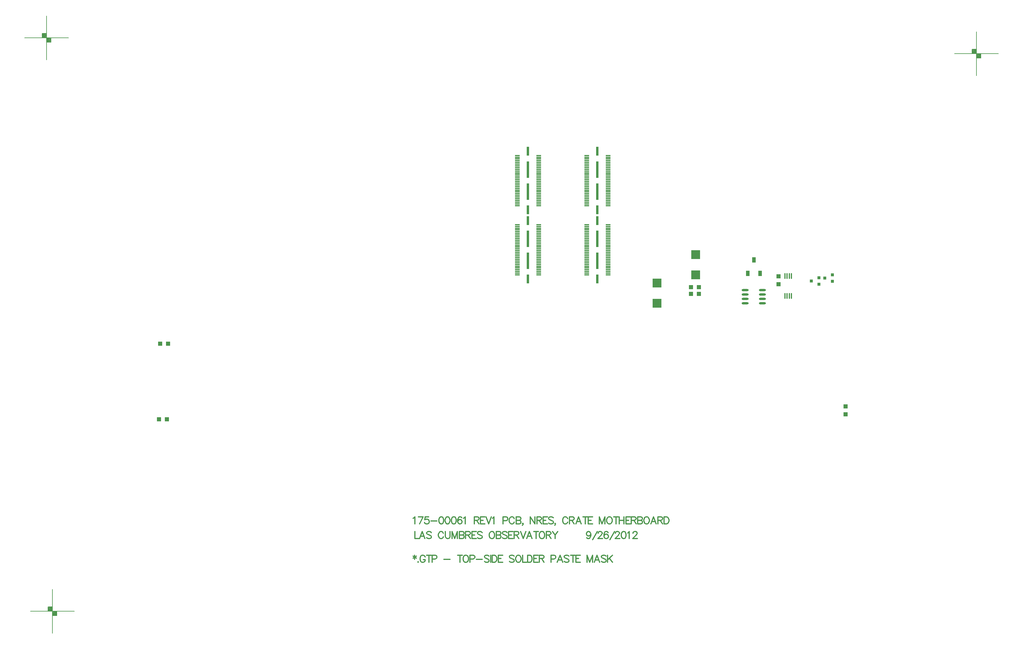
<source format=gtp>
%FSLAX23Y23*%
%MOIN*%
G70*
G01*
G75*
G04 Layer_Color=8421504*
%ADD10R,0.050X0.050*%
%ADD11R,0.057X0.012*%
%ADD12R,0.025X0.185*%
%ADD13R,0.025X0.100*%
%ADD14R,0.050X0.050*%
%ADD15O,0.014X0.067*%
%ADD16R,0.036X0.036*%
%ADD17O,0.079X0.024*%
%ADD18R,0.039X0.059*%
%ADD19R,0.100X0.100*%
%ADD20C,0.010*%
%ADD21C,0.050*%
%ADD22C,0.025*%
%ADD23C,0.006*%
%ADD24C,0.012*%
%ADD25C,0.008*%
%ADD26C,0.012*%
%ADD27C,0.012*%
%ADD28C,0.070*%
%ADD29C,0.050*%
%ADD30C,0.166*%
%ADD31C,0.157*%
%ADD32C,0.079*%
%ADD33C,0.220*%
%ADD34C,0.039*%
%ADD35C,0.059*%
%ADD36R,0.059X0.059*%
%ADD37C,0.063*%
%ADD38C,0.116*%
%ADD39C,0.065*%
%ADD40C,0.100*%
%ADD41C,0.080*%
%ADD42C,0.059*%
%ADD43C,0.115*%
%ADD44R,0.115X0.115*%
%ADD45R,0.079X0.079*%
%ADD46R,0.120X0.120*%
%ADD47C,0.120*%
%ADD48R,0.063X0.063*%
%ADD49C,0.020*%
%ADD50C,0.040*%
G04:AMPARAMS|DCode=51|XSize=91mil|YSize=91mil|CornerRadius=0mil|HoleSize=0mil|Usage=FLASHONLY|Rotation=0.000|XOffset=0mil|YOffset=0mil|HoleType=Round|Shape=Relief|Width=10mil|Gap=10mil|Entries=4|*
%AMTHD51*
7,0,0,0.091,0.071,0.010,45*
%
%ADD51THD51*%
%ADD52C,0.071*%
%ADD53C,0.206*%
G04:AMPARAMS|DCode=54|XSize=150.551mil|YSize=150.551mil|CornerRadius=0mil|HoleSize=0mil|Usage=FLASHONLY|Rotation=0.000|XOffset=0mil|YOffset=0mil|HoleType=Round|Shape=Relief|Width=10mil|Gap=10mil|Entries=4|*
%AMTHD54*
7,0,0,0.151,0.131,0.010,45*
%
%ADD54THD54*%
G04:AMPARAMS|DCode=55|XSize=96.221mil|YSize=96.221mil|CornerRadius=0mil|HoleSize=0mil|Usage=FLASHONLY|Rotation=0.000|XOffset=0mil|YOffset=0mil|HoleType=Round|Shape=Relief|Width=10mil|Gap=10mil|Entries=4|*
%AMTHD55*
7,0,0,0.096,0.076,0.010,45*
%
%ADD55THD55*%
%ADD56C,0.076*%
%ADD57C,0.080*%
%ADD58C,0.075*%
%ADD59C,0.168*%
G04:AMPARAMS|DCode=60|XSize=100mil|YSize=100mil|CornerRadius=0mil|HoleSize=0mil|Usage=FLASHONLY|Rotation=0.000|XOffset=0mil|YOffset=0mil|HoleType=Round|Shape=Relief|Width=10mil|Gap=10mil|Entries=4|*
%AMTHD60*
7,0,0,0.100,0.080,0.010,45*
%
%ADD60THD60*%
G04:AMPARAMS|DCode=61|XSize=123mil|YSize=123mil|CornerRadius=0mil|HoleSize=0mil|Usage=FLASHONLY|Rotation=0.000|XOffset=0mil|YOffset=0mil|HoleType=Round|Shape=Relief|Width=10mil|Gap=10mil|Entries=4|*
%AMTHD61*
7,0,0,0.123,0.103,0.010,45*
%
%ADD61THD61*%
%ADD62C,0.092*%
G04:AMPARAMS|DCode=63|XSize=112mil|YSize=112mil|CornerRadius=0mil|HoleSize=0mil|Usage=FLASHONLY|Rotation=0.000|XOffset=0mil|YOffset=0mil|HoleType=Round|Shape=Relief|Width=10mil|Gap=10mil|Entries=4|*
%AMTHD63*
7,0,0,0.112,0.092,0.010,45*
%
%ADD63THD63*%
%ADD64C,0.190*%
%ADD65C,0.087*%
G04:AMPARAMS|DCode=66|XSize=138mil|YSize=138mil|CornerRadius=0mil|HoleSize=0mil|Usage=FLASHONLY|Rotation=0.000|XOffset=0mil|YOffset=0mil|HoleType=Round|Shape=Relief|Width=10mil|Gap=10mil|Entries=4|*
%AMTHD66*
7,0,0,0.138,0.118,0.010,45*
%
%ADD66THD66*%
%ADD67C,0.118*%
G04:AMPARAMS|DCode=68|XSize=107.244mil|YSize=107.244mil|CornerRadius=0mil|HoleSize=0mil|Usage=FLASHONLY|Rotation=0.000|XOffset=0mil|YOffset=0mil|HoleType=Round|Shape=Relief|Width=10mil|Gap=10mil|Entries=4|*
%AMTHD68*
7,0,0,0.107,0.087,0.010,45*
%
%ADD68THD68*%
%ADD69C,0.079*%
%ADD70C,0.068*%
G04:AMPARAMS|DCode=71|XSize=70mil|YSize=70mil|CornerRadius=0mil|HoleSize=0mil|Usage=FLASHONLY|Rotation=0.000|XOffset=0mil|YOffset=0mil|HoleType=Round|Shape=Relief|Width=10mil|Gap=10mil|Entries=4|*
%AMTHD71*
7,0,0,0.070,0.050,0.010,45*
%
%ADD71THD71*%
G04:AMPARAMS|DCode=72|XSize=88mil|YSize=88mil|CornerRadius=0mil|HoleSize=0mil|Usage=FLASHONLY|Rotation=0.000|XOffset=0mil|YOffset=0mil|HoleType=Round|Shape=Relief|Width=10mil|Gap=10mil|Entries=4|*
%AMTHD72*
7,0,0,0.088,0.068,0.010,45*
%
%ADD72THD72*%
%ADD73C,0.020*%
%ADD74C,0.131*%
%ADD75C,0.103*%
%ADD76C,0.005*%
%ADD77R,0.053X0.035*%
%ADD78R,0.053X0.053*%
%ADD79R,0.045X0.017*%
%ADD80R,0.094X0.102*%
%ADD81R,0.059X0.087*%
%ADD82R,0.102X0.094*%
%ADD83R,0.100X0.100*%
%ADD84R,0.060X0.086*%
%ADD85C,0.010*%
%ADD86C,0.010*%
%ADD87C,0.024*%
%ADD88C,0.008*%
%ADD89C,0.007*%
%ADD90C,0.007*%
%ADD91C,0.015*%
%ADD92R,0.194X0.245*%
D10*
X18314Y10787D02*
D03*
Y10877D02*
D03*
X17551Y12355D02*
D03*
Y12265D02*
D03*
D11*
X15611Y13731D02*
D03*
Y13711D02*
D03*
Y13692D02*
D03*
Y13672D02*
D03*
Y13652D02*
D03*
Y13633D02*
D03*
Y13613D02*
D03*
Y13593D02*
D03*
Y13574D02*
D03*
Y13554D02*
D03*
Y13534D02*
D03*
Y13515D02*
D03*
Y13495D02*
D03*
Y13475D02*
D03*
Y13456D02*
D03*
Y13436D02*
D03*
Y13416D02*
D03*
Y13396D02*
D03*
Y13377D02*
D03*
Y13357D02*
D03*
Y13337D02*
D03*
Y13318D02*
D03*
Y13298D02*
D03*
Y13278D02*
D03*
Y13259D02*
D03*
Y13239D02*
D03*
Y13219D02*
D03*
Y13200D02*
D03*
Y13180D02*
D03*
Y13160D02*
D03*
Y12944D02*
D03*
Y12924D02*
D03*
Y12904D02*
D03*
Y12885D02*
D03*
Y12865D02*
D03*
Y12845D02*
D03*
Y12826D02*
D03*
Y12806D02*
D03*
Y12786D02*
D03*
Y12767D02*
D03*
Y12747D02*
D03*
Y12727D02*
D03*
Y12707D02*
D03*
Y12688D02*
D03*
Y12668D02*
D03*
Y12648D02*
D03*
Y12629D02*
D03*
Y12609D02*
D03*
Y12589D02*
D03*
Y12570D02*
D03*
Y12550D02*
D03*
Y12530D02*
D03*
Y12511D02*
D03*
Y12491D02*
D03*
Y12471D02*
D03*
Y12452D02*
D03*
Y12432D02*
D03*
Y12412D02*
D03*
Y12393D02*
D03*
Y12373D02*
D03*
X15368Y13731D02*
D03*
Y13711D02*
D03*
Y13692D02*
D03*
Y13672D02*
D03*
Y13652D02*
D03*
Y13633D02*
D03*
Y13613D02*
D03*
Y13593D02*
D03*
Y13574D02*
D03*
Y13554D02*
D03*
Y13534D02*
D03*
Y13515D02*
D03*
Y13495D02*
D03*
Y13475D02*
D03*
Y13456D02*
D03*
Y13436D02*
D03*
Y13416D02*
D03*
Y13396D02*
D03*
Y13377D02*
D03*
Y13357D02*
D03*
Y13337D02*
D03*
Y13318D02*
D03*
Y13298D02*
D03*
Y13278D02*
D03*
Y13259D02*
D03*
Y13239D02*
D03*
Y13219D02*
D03*
Y13200D02*
D03*
Y13180D02*
D03*
Y13160D02*
D03*
Y12944D02*
D03*
Y12924D02*
D03*
Y12904D02*
D03*
Y12885D02*
D03*
Y12865D02*
D03*
Y12845D02*
D03*
Y12826D02*
D03*
Y12806D02*
D03*
Y12786D02*
D03*
Y12767D02*
D03*
Y12747D02*
D03*
Y12727D02*
D03*
Y12707D02*
D03*
Y12688D02*
D03*
Y12668D02*
D03*
Y12648D02*
D03*
Y12629D02*
D03*
Y12609D02*
D03*
Y12589D02*
D03*
Y12570D02*
D03*
Y12550D02*
D03*
Y12530D02*
D03*
Y12511D02*
D03*
Y12491D02*
D03*
Y12471D02*
D03*
Y12452D02*
D03*
Y12432D02*
D03*
Y12412D02*
D03*
Y12393D02*
D03*
Y12373D02*
D03*
X14821Y13731D02*
D03*
Y13711D02*
D03*
Y13692D02*
D03*
Y13672D02*
D03*
Y13652D02*
D03*
Y13633D02*
D03*
Y13613D02*
D03*
Y13593D02*
D03*
Y13574D02*
D03*
Y13554D02*
D03*
Y13534D02*
D03*
Y13515D02*
D03*
Y13495D02*
D03*
Y13475D02*
D03*
Y13456D02*
D03*
Y13436D02*
D03*
Y13416D02*
D03*
Y13396D02*
D03*
Y13377D02*
D03*
Y13357D02*
D03*
Y13337D02*
D03*
Y13318D02*
D03*
Y13298D02*
D03*
Y13278D02*
D03*
Y13259D02*
D03*
Y13239D02*
D03*
Y13219D02*
D03*
Y13200D02*
D03*
Y13180D02*
D03*
Y13160D02*
D03*
Y12944D02*
D03*
Y12924D02*
D03*
Y12904D02*
D03*
Y12885D02*
D03*
Y12865D02*
D03*
Y12845D02*
D03*
Y12826D02*
D03*
Y12806D02*
D03*
Y12786D02*
D03*
Y12767D02*
D03*
Y12747D02*
D03*
Y12727D02*
D03*
Y12707D02*
D03*
Y12688D02*
D03*
Y12668D02*
D03*
Y12648D02*
D03*
Y12629D02*
D03*
Y12609D02*
D03*
Y12589D02*
D03*
Y12570D02*
D03*
Y12550D02*
D03*
Y12530D02*
D03*
Y12511D02*
D03*
Y12491D02*
D03*
Y12471D02*
D03*
Y12452D02*
D03*
Y12432D02*
D03*
Y12412D02*
D03*
Y12393D02*
D03*
Y12373D02*
D03*
X14578Y13731D02*
D03*
Y13711D02*
D03*
Y13692D02*
D03*
Y13672D02*
D03*
Y13652D02*
D03*
Y13633D02*
D03*
Y13613D02*
D03*
Y13593D02*
D03*
Y13574D02*
D03*
Y13554D02*
D03*
Y13534D02*
D03*
Y13515D02*
D03*
Y13495D02*
D03*
Y13475D02*
D03*
Y13456D02*
D03*
Y13436D02*
D03*
Y13416D02*
D03*
Y13396D02*
D03*
Y13377D02*
D03*
Y13357D02*
D03*
Y13337D02*
D03*
Y13318D02*
D03*
Y13298D02*
D03*
Y13278D02*
D03*
Y13259D02*
D03*
Y13239D02*
D03*
Y13219D02*
D03*
Y13200D02*
D03*
Y13180D02*
D03*
Y13160D02*
D03*
Y12944D02*
D03*
Y12924D02*
D03*
Y12904D02*
D03*
Y12885D02*
D03*
Y12865D02*
D03*
Y12845D02*
D03*
Y12826D02*
D03*
Y12806D02*
D03*
Y12786D02*
D03*
Y12767D02*
D03*
Y12747D02*
D03*
Y12727D02*
D03*
Y12707D02*
D03*
Y12688D02*
D03*
Y12668D02*
D03*
Y12648D02*
D03*
Y12629D02*
D03*
Y12609D02*
D03*
Y12589D02*
D03*
Y12570D02*
D03*
Y12550D02*
D03*
Y12530D02*
D03*
Y12511D02*
D03*
Y12491D02*
D03*
Y12471D02*
D03*
Y12452D02*
D03*
Y12432D02*
D03*
Y12412D02*
D03*
Y12393D02*
D03*
Y12373D02*
D03*
D12*
X15490Y13321D02*
D03*
Y13571D02*
D03*
Y12783D02*
D03*
Y12533D02*
D03*
X14700Y13321D02*
D03*
Y13571D02*
D03*
Y12783D02*
D03*
Y12533D02*
D03*
D13*
X15490Y13778D02*
D03*
Y12326D02*
D03*
Y12991D02*
D03*
Y13113D02*
D03*
X14700Y13778D02*
D03*
Y12326D02*
D03*
Y12991D02*
D03*
Y13113D02*
D03*
D14*
X10513Y11589D02*
D03*
X10603D02*
D03*
X10498Y10729D02*
D03*
X10588D02*
D03*
X16644Y12234D02*
D03*
X16554D02*
D03*
X16644Y12155D02*
D03*
X16554D02*
D03*
D15*
X17624Y12133D02*
D03*
X17649D02*
D03*
X17675D02*
D03*
X17700D02*
D03*
X17624Y12358D02*
D03*
X17649D02*
D03*
X17675D02*
D03*
X17700D02*
D03*
D16*
X18165Y12298D02*
D03*
X18079Y12335D02*
D03*
X18165Y12372D02*
D03*
X18012Y12265D02*
D03*
X17926Y12302D02*
D03*
X18012Y12339D02*
D03*
D17*
X17173Y12200D02*
D03*
Y12150D02*
D03*
Y12100D02*
D03*
Y12050D02*
D03*
X17370Y12200D02*
D03*
Y12150D02*
D03*
Y12100D02*
D03*
Y12050D02*
D03*
D18*
X17341Y12389D02*
D03*
X17272Y12543D02*
D03*
X17203Y12389D02*
D03*
D19*
X16169Y12280D02*
D03*
Y12050D02*
D03*
X16609Y12374D02*
D03*
Y12604D02*
D03*
D25*
X19554Y14890D02*
X20054D01*
X19804Y14640D02*
Y15140D01*
X19854Y14840D02*
Y14890D01*
X19804Y14840D02*
X19854D01*
X19754Y14890D02*
Y14940D01*
X19804D01*
X19759Y14895D02*
X19799D01*
X19759D02*
Y14935D01*
X19799D01*
Y14895D02*
Y14935D01*
X19764Y14900D02*
X19794D01*
X19764D02*
Y14930D01*
X19794D01*
Y14905D02*
Y14930D01*
X19769Y14905D02*
X19789D01*
X19769D02*
Y14925D01*
X19789D01*
Y14910D02*
Y14925D01*
X19774Y14910D02*
X19784D01*
X19774D02*
Y14920D01*
X19784D01*
Y14910D02*
Y14920D01*
X19774Y14915D02*
X19784D01*
X19809Y14845D02*
X19849D01*
X19809D02*
Y14885D01*
X19849D01*
Y14845D02*
Y14885D01*
X19814Y14850D02*
X19844D01*
X19814D02*
Y14880D01*
X19844D01*
Y14855D02*
Y14880D01*
X19819Y14855D02*
X19839D01*
X19819D02*
Y14875D01*
X19839D01*
Y14860D02*
Y14875D01*
X19824Y14860D02*
X19834D01*
X19824D02*
Y14870D01*
X19834D01*
Y14860D02*
Y14870D01*
X19824Y14865D02*
X19834D01*
X8970Y15070D02*
X9470D01*
X9220Y14820D02*
Y15320D01*
X9270Y15020D02*
Y15070D01*
X9220Y15020D02*
X9270D01*
X9170Y15070D02*
Y15120D01*
X9220D01*
X9175Y15075D02*
X9215D01*
X9175D02*
Y15115D01*
X9215D01*
Y15075D02*
Y15115D01*
X9180Y15080D02*
X9210D01*
X9180D02*
Y15110D01*
X9210D01*
Y15085D02*
Y15110D01*
X9185Y15085D02*
X9205D01*
X9185D02*
Y15105D01*
X9205D01*
Y15090D02*
Y15105D01*
X9190Y15090D02*
X9200D01*
X9190D02*
Y15100D01*
X9200D01*
Y15090D02*
Y15100D01*
X9190Y15095D02*
X9200D01*
X9225Y15025D02*
X9265D01*
X9225D02*
Y15065D01*
X9265D01*
Y15025D02*
Y15065D01*
X9230Y15030D02*
X9260D01*
X9230D02*
Y15060D01*
X9260D01*
Y15035D02*
Y15060D01*
X9235Y15035D02*
X9255D01*
X9235D02*
Y15055D01*
X9255D01*
Y15040D02*
Y15055D01*
X9240Y15040D02*
X9250D01*
X9240D02*
Y15050D01*
X9250D01*
Y15040D02*
Y15050D01*
X9240Y15045D02*
X9250D01*
X9036Y8546D02*
X9536D01*
X9286Y8296D02*
Y8796D01*
X9336Y8496D02*
Y8546D01*
X9286Y8496D02*
X9336D01*
X9236Y8546D02*
Y8596D01*
X9286D01*
X9241Y8551D02*
X9281D01*
X9241D02*
Y8591D01*
X9281D01*
Y8551D02*
Y8591D01*
X9246Y8556D02*
X9276D01*
X9246D02*
Y8586D01*
X9276D01*
Y8561D02*
Y8586D01*
X9251Y8561D02*
X9271D01*
X9251D02*
Y8581D01*
X9271D01*
Y8566D02*
Y8581D01*
X9256Y8566D02*
X9266D01*
X9256D02*
Y8576D01*
X9266D01*
Y8566D02*
Y8576D01*
X9256Y8571D02*
X9266D01*
X9291Y8501D02*
X9331D01*
X9291D02*
Y8541D01*
X9331D01*
Y8501D02*
Y8541D01*
X9296Y8506D02*
X9326D01*
X9296D02*
Y8536D01*
X9326D01*
Y8511D02*
Y8536D01*
X9301Y8511D02*
X9321D01*
X9301D02*
Y8531D01*
X9321D01*
Y8516D02*
Y8531D01*
X9306Y8516D02*
X9316D01*
X9306D02*
Y8526D01*
X9316D01*
Y8516D02*
Y8526D01*
X9306Y8521D02*
X9316D01*
D26*
X13412Y9453D02*
Y9373D01*
X13458D01*
X13527D02*
X13497Y9453D01*
X13466Y9373D01*
X13478Y9399D02*
X13516D01*
X13599Y9441D02*
X13592Y9449D01*
X13580Y9453D01*
X13565D01*
X13554Y9449D01*
X13546Y9441D01*
Y9434D01*
X13550Y9426D01*
X13554Y9422D01*
X13561Y9418D01*
X13584Y9411D01*
X13592Y9407D01*
X13596Y9403D01*
X13599Y9395D01*
Y9384D01*
X13592Y9376D01*
X13580Y9373D01*
X13565D01*
X13554Y9376D01*
X13546Y9384D01*
X13737Y9434D02*
X13733Y9441D01*
X13726Y9449D01*
X13718Y9453D01*
X13703D01*
X13695Y9449D01*
X13688Y9441D01*
X13684Y9434D01*
X13680Y9422D01*
Y9403D01*
X13684Y9392D01*
X13688Y9384D01*
X13695Y9376D01*
X13703Y9373D01*
X13718D01*
X13726Y9376D01*
X13733Y9384D01*
X13737Y9392D01*
X13760Y9453D02*
Y9395D01*
X13764Y9384D01*
X13771Y9376D01*
X13783Y9373D01*
X13790D01*
X13802Y9376D01*
X13809Y9384D01*
X13813Y9395D01*
Y9453D01*
X13835D02*
Y9373D01*
Y9453D02*
X13866Y9373D01*
X13896Y9453D02*
X13866Y9373D01*
X13896Y9453D02*
Y9373D01*
X13919Y9453D02*
Y9373D01*
Y9453D02*
X13953D01*
X13965Y9449D01*
X13968Y9445D01*
X13972Y9437D01*
Y9430D01*
X13968Y9422D01*
X13965Y9418D01*
X13953Y9414D01*
X13919D02*
X13953D01*
X13965Y9411D01*
X13968Y9407D01*
X13972Y9399D01*
Y9388D01*
X13968Y9380D01*
X13965Y9376D01*
X13953Y9373D01*
X13919D01*
X13990Y9453D02*
Y9373D01*
Y9453D02*
X14024D01*
X14036Y9449D01*
X14040Y9445D01*
X14044Y9437D01*
Y9430D01*
X14040Y9422D01*
X14036Y9418D01*
X14024Y9414D01*
X13990D01*
X14017D02*
X14044Y9373D01*
X14111Y9453D02*
X14061D01*
Y9373D01*
X14111D01*
X14061Y9414D02*
X14092D01*
X14178Y9441D02*
X14170Y9449D01*
X14159Y9453D01*
X14143D01*
X14132Y9449D01*
X14124Y9441D01*
Y9434D01*
X14128Y9426D01*
X14132Y9422D01*
X14139Y9418D01*
X14162Y9411D01*
X14170Y9407D01*
X14174Y9403D01*
X14178Y9395D01*
Y9384D01*
X14170Y9376D01*
X14159Y9373D01*
X14143D01*
X14132Y9376D01*
X14124Y9384D01*
X14281Y9453D02*
X14274Y9449D01*
X14266Y9441D01*
X14262Y9434D01*
X14258Y9422D01*
Y9403D01*
X14262Y9392D01*
X14266Y9384D01*
X14274Y9376D01*
X14281Y9373D01*
X14296D01*
X14304Y9376D01*
X14312Y9384D01*
X14315Y9392D01*
X14319Y9403D01*
Y9422D01*
X14315Y9434D01*
X14312Y9441D01*
X14304Y9449D01*
X14296Y9453D01*
X14281D01*
X14338D02*
Y9373D01*
Y9453D02*
X14372D01*
X14384Y9449D01*
X14387Y9445D01*
X14391Y9437D01*
Y9430D01*
X14387Y9422D01*
X14384Y9418D01*
X14372Y9414D01*
X14338D02*
X14372D01*
X14384Y9411D01*
X14387Y9407D01*
X14391Y9399D01*
Y9388D01*
X14387Y9380D01*
X14384Y9376D01*
X14372Y9373D01*
X14338D01*
X14462Y9441D02*
X14455Y9449D01*
X14443Y9453D01*
X14428D01*
X14417Y9449D01*
X14409Y9441D01*
Y9434D01*
X14413Y9426D01*
X14417Y9422D01*
X14424Y9418D01*
X14447Y9411D01*
X14455Y9407D01*
X14459Y9403D01*
X14462Y9395D01*
Y9384D01*
X14455Y9376D01*
X14443Y9373D01*
X14428D01*
X14417Y9376D01*
X14409Y9384D01*
X14530Y9453D02*
X14480D01*
Y9373D01*
X14530D01*
X14480Y9414D02*
X14511D01*
X14543Y9453D02*
Y9373D01*
Y9453D02*
X14577D01*
X14589Y9449D01*
X14593Y9445D01*
X14597Y9437D01*
Y9430D01*
X14593Y9422D01*
X14589Y9418D01*
X14577Y9414D01*
X14543D01*
X14570D02*
X14597Y9373D01*
X14614Y9453D02*
X14645Y9373D01*
X14675Y9453D02*
X14645Y9373D01*
X14747D02*
X14716Y9453D01*
X14686Y9373D01*
X14697Y9399D02*
X14735D01*
X14792Y9453D02*
Y9373D01*
X14765Y9453D02*
X14819D01*
X14851D02*
X14843Y9449D01*
X14836Y9441D01*
X14832Y9434D01*
X14828Y9422D01*
Y9403D01*
X14832Y9392D01*
X14836Y9384D01*
X14843Y9376D01*
X14851Y9373D01*
X14866D01*
X14874Y9376D01*
X14881Y9384D01*
X14885Y9392D01*
X14889Y9403D01*
Y9422D01*
X14885Y9434D01*
X14881Y9441D01*
X14874Y9449D01*
X14866Y9453D01*
X14851D01*
X14908D02*
Y9373D01*
Y9453D02*
X14942D01*
X14953Y9449D01*
X14957Y9445D01*
X14961Y9437D01*
Y9430D01*
X14957Y9422D01*
X14953Y9418D01*
X14942Y9414D01*
X14908D01*
X14934D02*
X14961Y9373D01*
X14979Y9453D02*
X15009Y9414D01*
Y9373D01*
X15040Y9453D02*
X15009Y9414D01*
X15414Y9426D02*
X15410Y9414D01*
X15402Y9407D01*
X15391Y9403D01*
X15387D01*
X15376Y9407D01*
X15368Y9414D01*
X15364Y9426D01*
Y9430D01*
X15368Y9441D01*
X15376Y9449D01*
X15387Y9453D01*
X15391D01*
X15402Y9449D01*
X15410Y9441D01*
X15414Y9426D01*
Y9407D01*
X15410Y9388D01*
X15402Y9376D01*
X15391Y9373D01*
X15383D01*
X15372Y9376D01*
X15368Y9384D01*
X15436Y9361D02*
X15489Y9453D01*
X15498Y9434D02*
Y9437D01*
X15502Y9445D01*
X15506Y9449D01*
X15513Y9453D01*
X15529D01*
X15536Y9449D01*
X15540Y9445D01*
X15544Y9437D01*
Y9430D01*
X15540Y9422D01*
X15532Y9411D01*
X15494Y9373D01*
X15548D01*
X15611Y9441D02*
X15607Y9449D01*
X15596Y9453D01*
X15588D01*
X15577Y9449D01*
X15569Y9437D01*
X15565Y9418D01*
Y9399D01*
X15569Y9384D01*
X15577Y9376D01*
X15588Y9373D01*
X15592D01*
X15604Y9376D01*
X15611Y9384D01*
X15615Y9395D01*
Y9399D01*
X15611Y9411D01*
X15604Y9418D01*
X15592Y9422D01*
X15588D01*
X15577Y9418D01*
X15569Y9411D01*
X15565Y9399D01*
X15633Y9361D02*
X15686Y9453D01*
X15695Y9434D02*
Y9437D01*
X15699Y9445D01*
X15703Y9449D01*
X15710Y9453D01*
X15725D01*
X15733Y9449D01*
X15737Y9445D01*
X15741Y9437D01*
Y9430D01*
X15737Y9422D01*
X15729Y9411D01*
X15691Y9373D01*
X15744D01*
X15785Y9453D02*
X15774Y9449D01*
X15766Y9437D01*
X15762Y9418D01*
Y9407D01*
X15766Y9388D01*
X15774Y9376D01*
X15785Y9373D01*
X15793D01*
X15804Y9376D01*
X15812Y9388D01*
X15816Y9407D01*
Y9418D01*
X15812Y9437D01*
X15804Y9449D01*
X15793Y9453D01*
X15785D01*
X15834Y9437D02*
X15841Y9441D01*
X15853Y9453D01*
Y9373D01*
X15896Y9434D02*
Y9437D01*
X15900Y9445D01*
X15904Y9449D01*
X15911Y9453D01*
X15927D01*
X15934Y9449D01*
X15938Y9445D01*
X15942Y9437D01*
Y9430D01*
X15938Y9422D01*
X15930Y9411D01*
X15892Y9373D01*
X15946D01*
D27*
X13410Y9183D02*
Y9137D01*
X13391Y9172D02*
X13429Y9149D01*
Y9172D02*
X13391Y9149D01*
X13449Y9111D02*
X13445Y9107D01*
X13449Y9103D01*
X13453Y9107D01*
X13449Y9111D01*
X13528Y9164D02*
X13524Y9172D01*
X13516Y9179D01*
X13509Y9183D01*
X13493D01*
X13486Y9179D01*
X13478Y9172D01*
X13474Y9164D01*
X13471Y9153D01*
Y9133D01*
X13474Y9122D01*
X13478Y9114D01*
X13486Y9107D01*
X13493Y9103D01*
X13509D01*
X13516Y9107D01*
X13524Y9114D01*
X13528Y9122D01*
Y9133D01*
X13509D02*
X13528D01*
X13573Y9183D02*
Y9103D01*
X13546Y9183D02*
X13599D01*
X13609Y9141D02*
X13643D01*
X13655Y9145D01*
X13658Y9149D01*
X13662Y9156D01*
Y9168D01*
X13658Y9175D01*
X13655Y9179D01*
X13643Y9183D01*
X13609D01*
Y9103D01*
X13743Y9137D02*
X13811D01*
X13925Y9183D02*
Y9103D01*
X13898Y9183D02*
X13951D01*
X13984D02*
X13976Y9179D01*
X13968Y9172D01*
X13965Y9164D01*
X13961Y9153D01*
Y9133D01*
X13965Y9122D01*
X13968Y9114D01*
X13976Y9107D01*
X13984Y9103D01*
X13999D01*
X14006Y9107D01*
X14014Y9114D01*
X14018Y9122D01*
X14022Y9133D01*
Y9153D01*
X14018Y9164D01*
X14014Y9172D01*
X14006Y9179D01*
X13999Y9183D01*
X13984D01*
X14040Y9141D02*
X14075D01*
X14086Y9145D01*
X14090Y9149D01*
X14094Y9156D01*
Y9168D01*
X14090Y9175D01*
X14086Y9179D01*
X14075Y9183D01*
X14040D01*
Y9103D01*
X14112Y9137D02*
X14180D01*
X14257Y9172D02*
X14249Y9179D01*
X14238Y9183D01*
X14223D01*
X14211Y9179D01*
X14204Y9172D01*
Y9164D01*
X14208Y9156D01*
X14211Y9153D01*
X14219Y9149D01*
X14242Y9141D01*
X14249Y9137D01*
X14253Y9133D01*
X14257Y9126D01*
Y9114D01*
X14249Y9107D01*
X14238Y9103D01*
X14223D01*
X14211Y9107D01*
X14204Y9114D01*
X14275Y9183D02*
Y9103D01*
X14292Y9183D02*
Y9103D01*
Y9183D02*
X14318D01*
X14330Y9179D01*
X14337Y9172D01*
X14341Y9164D01*
X14345Y9153D01*
Y9133D01*
X14341Y9122D01*
X14337Y9114D01*
X14330Y9107D01*
X14318Y9103D01*
X14292D01*
X14412Y9183D02*
X14363D01*
Y9103D01*
X14412D01*
X14363Y9145D02*
X14393D01*
X14542Y9172D02*
X14534Y9179D01*
X14523Y9183D01*
X14508D01*
X14496Y9179D01*
X14489Y9172D01*
Y9164D01*
X14492Y9156D01*
X14496Y9153D01*
X14504Y9149D01*
X14527Y9141D01*
X14534Y9137D01*
X14538Y9133D01*
X14542Y9126D01*
Y9114D01*
X14534Y9107D01*
X14523Y9103D01*
X14508D01*
X14496Y9107D01*
X14489Y9114D01*
X14583Y9183D02*
X14575Y9179D01*
X14568Y9172D01*
X14564Y9164D01*
X14560Y9153D01*
Y9133D01*
X14564Y9122D01*
X14568Y9114D01*
X14575Y9107D01*
X14583Y9103D01*
X14598D01*
X14606Y9107D01*
X14613Y9114D01*
X14617Y9122D01*
X14621Y9133D01*
Y9153D01*
X14617Y9164D01*
X14613Y9172D01*
X14606Y9179D01*
X14598Y9183D01*
X14583D01*
X14639D02*
Y9103D01*
X14685D01*
X14694Y9183D02*
Y9103D01*
Y9183D02*
X14721D01*
X14732Y9179D01*
X14740Y9172D01*
X14743Y9164D01*
X14747Y9153D01*
Y9133D01*
X14743Y9122D01*
X14740Y9114D01*
X14732Y9107D01*
X14721Y9103D01*
X14694D01*
X14815Y9183D02*
X14765D01*
Y9103D01*
X14815D01*
X14765Y9145D02*
X14796D01*
X14828Y9183D02*
Y9103D01*
Y9183D02*
X14862D01*
X14874Y9179D01*
X14878Y9175D01*
X14881Y9168D01*
Y9160D01*
X14878Y9153D01*
X14874Y9149D01*
X14862Y9145D01*
X14828D01*
X14855D02*
X14881Y9103D01*
X14962Y9141D02*
X14996D01*
X15008Y9145D01*
X15012Y9149D01*
X15015Y9156D01*
Y9168D01*
X15012Y9175D01*
X15008Y9179D01*
X14996Y9183D01*
X14962D01*
Y9103D01*
X15094D02*
X15064Y9183D01*
X15033Y9103D01*
X15045Y9130D02*
X15083D01*
X15166Y9172D02*
X15159Y9179D01*
X15147Y9183D01*
X15132D01*
X15121Y9179D01*
X15113Y9172D01*
Y9164D01*
X15117Y9156D01*
X15121Y9153D01*
X15128Y9149D01*
X15151Y9141D01*
X15159Y9137D01*
X15162Y9133D01*
X15166Y9126D01*
Y9114D01*
X15159Y9107D01*
X15147Y9103D01*
X15132D01*
X15121Y9107D01*
X15113Y9114D01*
X15211Y9183D02*
Y9103D01*
X15184Y9183D02*
X15237D01*
X15296D02*
X15247D01*
Y9103D01*
X15296D01*
X15247Y9145D02*
X15277D01*
X15373Y9183D02*
Y9103D01*
Y9183D02*
X15403Y9103D01*
X15434Y9183D02*
X15403Y9103D01*
X15434Y9183D02*
Y9103D01*
X15517D02*
X15487Y9183D01*
X15456Y9103D01*
X15468Y9130D02*
X15506D01*
X15589Y9172D02*
X15582Y9179D01*
X15570Y9183D01*
X15555D01*
X15544Y9179D01*
X15536Y9172D01*
Y9164D01*
X15540Y9156D01*
X15544Y9153D01*
X15551Y9149D01*
X15574Y9141D01*
X15582Y9137D01*
X15586Y9133D01*
X15589Y9126D01*
Y9114D01*
X15582Y9107D01*
X15570Y9103D01*
X15555D01*
X15544Y9107D01*
X15536Y9114D01*
X15607Y9183D02*
Y9103D01*
X15661Y9183D02*
X15607Y9130D01*
X15626Y9149D02*
X15661Y9103D01*
X13393Y9604D02*
X13401Y9608D01*
X13412Y9619D01*
Y9539D01*
X13505Y9619D02*
X13467Y9539D01*
X13452Y9619D02*
X13505D01*
X13568D02*
X13530D01*
X13527Y9585D01*
X13530Y9589D01*
X13542Y9593D01*
X13553D01*
X13565Y9589D01*
X13572Y9581D01*
X13576Y9570D01*
Y9562D01*
X13572Y9551D01*
X13565Y9543D01*
X13553Y9539D01*
X13542D01*
X13530Y9543D01*
X13527Y9547D01*
X13523Y9555D01*
X13594Y9574D02*
X13663D01*
X13709Y9619D02*
X13698Y9616D01*
X13690Y9604D01*
X13686Y9585D01*
Y9574D01*
X13690Y9555D01*
X13698Y9543D01*
X13709Y9539D01*
X13717D01*
X13728Y9543D01*
X13736Y9555D01*
X13739Y9574D01*
Y9585D01*
X13736Y9604D01*
X13728Y9616D01*
X13717Y9619D01*
X13709D01*
X13780D02*
X13769Y9616D01*
X13761Y9604D01*
X13757Y9585D01*
Y9574D01*
X13761Y9555D01*
X13769Y9543D01*
X13780Y9539D01*
X13788D01*
X13799Y9543D01*
X13807Y9555D01*
X13811Y9574D01*
Y9585D01*
X13807Y9604D01*
X13799Y9616D01*
X13788Y9619D01*
X13780D01*
X13851D02*
X13840Y9616D01*
X13832Y9604D01*
X13829Y9585D01*
Y9574D01*
X13832Y9555D01*
X13840Y9543D01*
X13851Y9539D01*
X13859D01*
X13871Y9543D01*
X13878Y9555D01*
X13882Y9574D01*
Y9585D01*
X13878Y9604D01*
X13871Y9616D01*
X13859Y9619D01*
X13851D01*
X13946Y9608D02*
X13942Y9616D01*
X13930Y9619D01*
X13923D01*
X13911Y9616D01*
X13904Y9604D01*
X13900Y9585D01*
Y9566D01*
X13904Y9551D01*
X13911Y9543D01*
X13923Y9539D01*
X13926D01*
X13938Y9543D01*
X13946Y9551D01*
X13949Y9562D01*
Y9566D01*
X13946Y9577D01*
X13938Y9585D01*
X13926Y9589D01*
X13923D01*
X13911Y9585D01*
X13904Y9577D01*
X13900Y9566D01*
X13967Y9604D02*
X13974Y9608D01*
X13986Y9619D01*
Y9539D01*
X14088Y9619D02*
Y9539D01*
Y9619D02*
X14123D01*
X14134Y9616D01*
X14138Y9612D01*
X14142Y9604D01*
Y9596D01*
X14138Y9589D01*
X14134Y9585D01*
X14123Y9581D01*
X14088D01*
X14115D02*
X14142Y9539D01*
X14209Y9619D02*
X14160D01*
Y9539D01*
X14209D01*
X14160Y9581D02*
X14190D01*
X14222Y9619D02*
X14253Y9539D01*
X14283Y9619D02*
X14253Y9539D01*
X14294Y9604D02*
X14301Y9608D01*
X14313Y9619D01*
Y9539D01*
X14415Y9577D02*
X14449D01*
X14461Y9581D01*
X14465Y9585D01*
X14468Y9593D01*
Y9604D01*
X14465Y9612D01*
X14461Y9616D01*
X14449Y9619D01*
X14415D01*
Y9539D01*
X14543Y9600D02*
X14540Y9608D01*
X14532Y9616D01*
X14524Y9619D01*
X14509D01*
X14502Y9616D01*
X14494Y9608D01*
X14490Y9600D01*
X14486Y9589D01*
Y9570D01*
X14490Y9558D01*
X14494Y9551D01*
X14502Y9543D01*
X14509Y9539D01*
X14524D01*
X14532Y9543D01*
X14540Y9551D01*
X14543Y9558D01*
X14566Y9619D02*
Y9539D01*
Y9619D02*
X14600D01*
X14612Y9616D01*
X14615Y9612D01*
X14619Y9604D01*
Y9596D01*
X14615Y9589D01*
X14612Y9585D01*
X14600Y9581D01*
X14566D02*
X14600D01*
X14612Y9577D01*
X14615Y9574D01*
X14619Y9566D01*
Y9555D01*
X14615Y9547D01*
X14612Y9543D01*
X14600Y9539D01*
X14566D01*
X14645Y9543D02*
X14641Y9539D01*
X14637Y9543D01*
X14641Y9547D01*
X14645Y9543D01*
Y9536D01*
X14641Y9528D01*
X14637Y9524D01*
X14725Y9619D02*
Y9539D01*
Y9619D02*
X14778Y9539D01*
Y9619D02*
Y9539D01*
X14801Y9619D02*
Y9539D01*
Y9619D02*
X14835D01*
X14846Y9616D01*
X14850Y9612D01*
X14854Y9604D01*
Y9596D01*
X14850Y9589D01*
X14846Y9585D01*
X14835Y9581D01*
X14801D01*
X14827D02*
X14854Y9539D01*
X14921Y9619D02*
X14872D01*
Y9539D01*
X14921D01*
X14872Y9581D02*
X14902D01*
X14988Y9608D02*
X14980Y9616D01*
X14969Y9619D01*
X14954D01*
X14942Y9616D01*
X14935Y9608D01*
Y9600D01*
X14938Y9593D01*
X14942Y9589D01*
X14950Y9585D01*
X14973Y9577D01*
X14980Y9574D01*
X14984Y9570D01*
X14988Y9562D01*
Y9551D01*
X14980Y9543D01*
X14969Y9539D01*
X14954D01*
X14942Y9543D01*
X14935Y9551D01*
X15013Y9543D02*
X15010Y9539D01*
X15006Y9543D01*
X15010Y9547D01*
X15013Y9543D01*
Y9536D01*
X15010Y9528D01*
X15006Y9524D01*
X15151Y9600D02*
X15147Y9608D01*
X15140Y9616D01*
X15132Y9619D01*
X15117D01*
X15109Y9616D01*
X15101Y9608D01*
X15098Y9600D01*
X15094Y9589D01*
Y9570D01*
X15098Y9558D01*
X15101Y9551D01*
X15109Y9543D01*
X15117Y9539D01*
X15132D01*
X15140Y9543D01*
X15147Y9551D01*
X15151Y9558D01*
X15173Y9619D02*
Y9539D01*
Y9619D02*
X15208D01*
X15219Y9616D01*
X15223Y9612D01*
X15227Y9604D01*
Y9596D01*
X15223Y9589D01*
X15219Y9585D01*
X15208Y9581D01*
X15173D01*
X15200D02*
X15227Y9539D01*
X15306D02*
X15275Y9619D01*
X15245Y9539D01*
X15256Y9566D02*
X15294D01*
X15351Y9619D02*
Y9539D01*
X15324Y9619D02*
X15378D01*
X15437D02*
X15387D01*
Y9539D01*
X15437D01*
X15387Y9581D02*
X15418D01*
X15513Y9619D02*
Y9539D01*
Y9619D02*
X15543Y9539D01*
X15574Y9619D02*
X15543Y9539D01*
X15574Y9619D02*
Y9539D01*
X15619Y9619D02*
X15612Y9616D01*
X15604Y9608D01*
X15600Y9600D01*
X15597Y9589D01*
Y9570D01*
X15600Y9558D01*
X15604Y9551D01*
X15612Y9543D01*
X15619Y9539D01*
X15635D01*
X15642Y9543D01*
X15650Y9551D01*
X15654Y9558D01*
X15658Y9570D01*
Y9589D01*
X15654Y9600D01*
X15650Y9608D01*
X15642Y9616D01*
X15635Y9619D01*
X15619D01*
X15703D02*
Y9539D01*
X15676Y9619D02*
X15730D01*
X15739D02*
Y9539D01*
X15792Y9619D02*
Y9539D01*
X15739Y9581D02*
X15792D01*
X15864Y9619D02*
X15814D01*
Y9539D01*
X15864D01*
X15814Y9581D02*
X15845D01*
X15877Y9619D02*
Y9539D01*
Y9619D02*
X15912D01*
X15923Y9616D01*
X15927Y9612D01*
X15931Y9604D01*
Y9596D01*
X15927Y9589D01*
X15923Y9585D01*
X15912Y9581D01*
X15877D01*
X15904D02*
X15931Y9539D01*
X15949Y9619D02*
Y9539D01*
Y9619D02*
X15983D01*
X15994Y9616D01*
X15998Y9612D01*
X16002Y9604D01*
Y9596D01*
X15998Y9589D01*
X15994Y9585D01*
X15983Y9581D01*
X15949D02*
X15983D01*
X15994Y9577D01*
X15998Y9574D01*
X16002Y9566D01*
Y9555D01*
X15998Y9547D01*
X15994Y9543D01*
X15983Y9539D01*
X15949D01*
X16043Y9619D02*
X16035Y9616D01*
X16027Y9608D01*
X16024Y9600D01*
X16020Y9589D01*
Y9570D01*
X16024Y9558D01*
X16027Y9551D01*
X16035Y9543D01*
X16043Y9539D01*
X16058D01*
X16065Y9543D01*
X16073Y9551D01*
X16077Y9558D01*
X16081Y9570D01*
Y9589D01*
X16077Y9600D01*
X16073Y9608D01*
X16065Y9616D01*
X16058Y9619D01*
X16043D01*
X16160Y9539D02*
X16130Y9619D01*
X16099Y9539D01*
X16111Y9566D02*
X16149D01*
X16179Y9619D02*
Y9539D01*
Y9619D02*
X16213D01*
X16225Y9616D01*
X16228Y9612D01*
X16232Y9604D01*
Y9596D01*
X16228Y9589D01*
X16225Y9585D01*
X16213Y9581D01*
X16179D01*
X16206D02*
X16232Y9539D01*
X16250Y9619D02*
Y9539D01*
Y9619D02*
X16277D01*
X16288Y9616D01*
X16296Y9608D01*
X16300Y9600D01*
X16304Y9589D01*
Y9570D01*
X16300Y9558D01*
X16296Y9551D01*
X16288Y9543D01*
X16277Y9539D01*
X16250D01*
M02*

</source>
